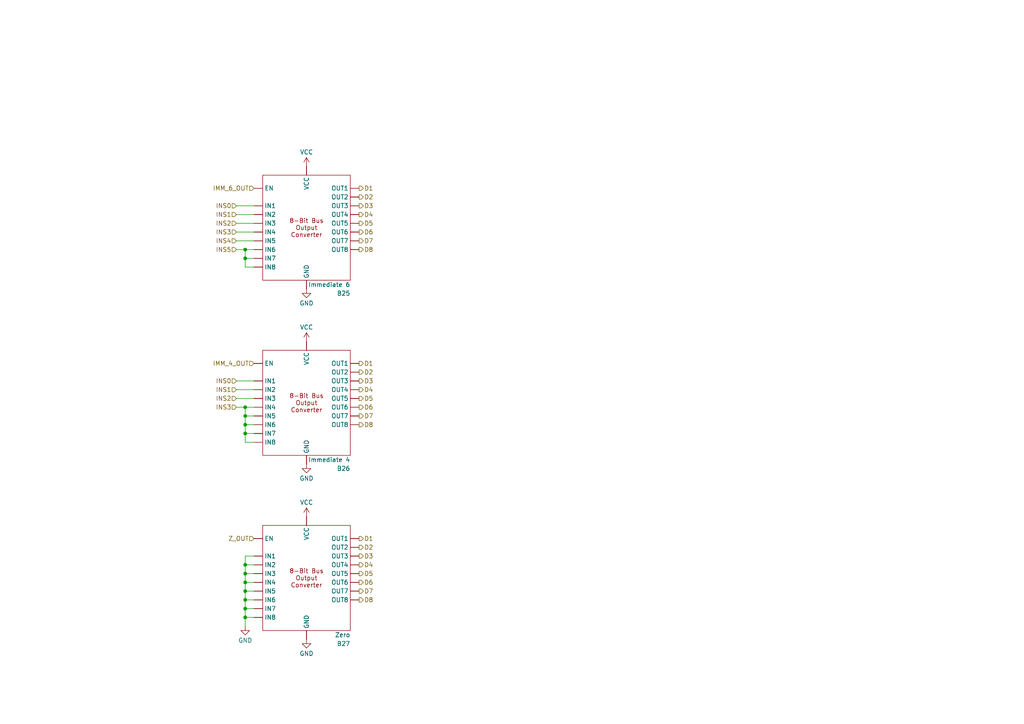
<source format=kicad_sch>
(kicad_sch (version 20230121) (generator eeschema)
  (paper "A4")
  (lib_symbols
    (symbol "MiniDragon:8-bit Bus Output"
      (property "Reference" "B" (at -12.7 16.51 0))
      (symbol "8-bit Bus Output_0_1"
        (rectangle (start -12.7 15.24) (end 12.7 -15.24))
      )
      (symbol "8-bit Bus Output_1_1"
        (text "8-Bit Bus\nOutput\nConverter" (at 0 0 0) (effects (font (size 1.27 1.27))))
        (pin input line (at -15.24 11.43 0) (length 2.54) (name "EN") (number ""))
        (pin power_in line (at 0 -17.78 90) (length 2.54) (name "GND") (number ""))
        (pin input line (at -15.24 6.35 0) (length 2.54) (name "IN1") (number ""))
        (pin input line (at -15.24 3.81 0) (length 2.54) (name "IN2") (number ""))
        (pin input line (at -15.24 1.27 0) (length 2.54) (name "IN3") (number ""))
        (pin input line (at -15.24 -1.27 0) (length 2.54) (name "IN4") (number ""))
        (pin input line (at -15.24 -3.81 0) (length 2.54) (name "IN5") (number ""))
        (pin input line (at -15.24 -6.35 0) (length 2.54) (name "IN6") (number ""))
        (pin input line (at -15.24 -8.89 0) (length 2.54) (name "IN7") (number ""))
        (pin input line (at -15.24 -11.43 0) (length 2.54) (name "IN8") (number ""))
        (pin open_collector line (at 15.24 11.43 180) (length 2.54) (name "OUT1") (number ""))
        (pin open_collector line (at 15.24 8.89 180) (length 2.54) (name "OUT2") (number ""))
        (pin open_collector line (at 15.24 6.35 180) (length 2.54) (name "OUT3") (number ""))
        (pin open_collector line (at 15.24 3.81 180) (length 2.54) (name "OUT4") (number ""))
        (pin open_collector line (at 15.24 1.27 180) (length 2.54) (name "OUT5") (number ""))
        (pin open_collector line (at 15.24 -1.27 180) (length 2.54) (name "OUT6") (number ""))
        (pin open_collector line (at 15.24 -3.81 180) (length 2.54) (name "OUT7") (number ""))
        (pin open_collector line (at 15.24 -6.35 180) (length 2.54) (name "OUT8") (number ""))
        (pin power_in line (at 0 17.78 270) (length 2.54) (name "VCC") (number ""))
      )
    )
    (symbol "power:GND" (power) (pin_names (offset 0))
      (property "Value" "GND" (at 0 -3.81 0))
      (symbol "GND_0_1"
        (polyline (pts (xy 0 0) (xy 0 -1.27) (xy 1.27 -1.27) (xy 0 -2.54) (xy -1.27 -1.27) (xy 0 -1.27)))
      )
      (symbol "GND_1_1"
        (pin power_in line (at 0 0 270) (length 0) hide (name "GND") (number "1"))
      )
    )
    (symbol "power:VCC" (power) (pin_names (offset 0))
      (property "Value" "VCC" (at 0 3.81 0))
      (symbol "VCC_0_1"
        (polyline (pts (xy -0.762 1.27) (xy 0 2.54)))
        (polyline (pts (xy 0 0) (xy 0 2.54)))
        (polyline (pts (xy 0 2.54) (xy 0.762 1.27)))
      )
      (symbol "VCC_1_1"
        (pin power_in line (at 0 0 90) (length 0) hide (name "VCC") (number "1"))
      )
    )
  )
  (junction (at 71.12 173.99))
  (junction (at 71.12 168.91))
  (junction (at 71.12 166.37))
  (junction (at 71.12 176.53))
  (junction (at 71.12 125.73))
  (junction (at 71.12 74.93))
  (junction (at 71.12 72.39))
  (junction (at 71.12 118.11))
  (junction (at 71.12 163.83))
  (junction (at 71.12 179.07))
  (junction (at 71.12 171.45))
  (junction (at 71.12 123.19))
  (junction (at 71.12 120.65))
  (wire (pts (xy 68.58 67.31) (xy 73.66 67.31)))
  (wire (pts (xy 71.12 123.19) (xy 71.12 125.73)))
  (wire (pts (xy 71.12 72.39) (xy 73.66 72.39)))
  (wire (pts (xy 71.12 118.11) (xy 73.66 118.11)))
  (wire (pts (xy 71.12 128.27) (xy 73.66 128.27)))
  (wire (pts (xy 68.58 59.69) (xy 73.66 59.69)))
  (wire (pts (xy 71.12 163.83) (xy 71.12 161.29)))
  (wire (pts (xy 68.58 64.77) (xy 73.66 64.77)))
  (wire (pts (xy 71.12 123.19) (xy 73.66 123.19)))
  (wire (pts (xy 73.66 74.93) (xy 71.12 74.93)))
  (wire (pts (xy 71.12 163.83) (xy 73.66 163.83)))
  (wire (pts (xy 71.12 173.99) (xy 73.66 173.99)))
  (wire (pts (xy 73.66 120.65) (xy 71.12 120.65)))
  (wire (pts (xy 73.66 77.47) (xy 71.12 77.47)))
  (wire (pts (xy 71.12 74.93) (xy 71.12 72.39)))
  (wire (pts (xy 68.58 115.57) (xy 73.66 115.57)))
  (wire (pts (xy 71.12 176.53) (xy 71.12 173.99)))
  (wire (pts (xy 68.58 62.23) (xy 73.66 62.23)))
  (wire (pts (xy 68.58 72.39) (xy 71.12 72.39)))
  (wire (pts (xy 68.58 113.03) (xy 73.66 113.03)))
  (wire (pts (xy 71.12 168.91) (xy 73.66 168.91)))
  (wire (pts (xy 68.58 110.49) (xy 73.66 110.49)))
  (wire (pts (xy 71.12 176.53) (xy 73.66 176.53)))
  (wire (pts (xy 71.12 77.47) (xy 71.12 74.93)))
  (wire (pts (xy 71.12 179.07) (xy 71.12 176.53)))
  (wire (pts (xy 68.58 118.11) (xy 71.12 118.11)))
  (wire (pts (xy 71.12 173.99) (xy 71.12 171.45)))
  (wire (pts (xy 71.12 168.91) (xy 71.12 166.37)))
  (wire (pts (xy 71.12 125.73) (xy 73.66 125.73)))
  (wire (pts (xy 71.12 179.07) (xy 73.66 179.07)))
  (wire (pts (xy 71.12 120.65) (xy 71.12 118.11)))
  (wire (pts (xy 68.58 69.85) (xy 73.66 69.85)))
  (wire (pts (xy 71.12 161.29) (xy 73.66 161.29)))
  (wire (pts (xy 71.12 120.65) (xy 71.12 123.19)))
  (wire (pts (xy 71.12 166.37) (xy 73.66 166.37)))
  (wire (pts (xy 71.12 171.45) (xy 73.66 171.45)))
  (wire (pts (xy 71.12 166.37) (xy 71.12 163.83)))
  (wire (pts (xy 71.12 181.61) (xy 71.12 179.07)))
  (wire (pts (xy 71.12 171.45) (xy 71.12 168.91)))
  (wire (pts (xy 71.12 125.73) (xy 71.12 128.27)))
  (hierarchical_label "D3" (shape output) (at 104.14 110.49 0))
  (hierarchical_label "INS0" (shape input) (at 68.58 59.69 180))
  (hierarchical_label "INS2" (shape input) (at 68.58 115.57 180))
  (hierarchical_label "D7" (shape output) (at 104.14 120.65 0))
  (hierarchical_label "D6" (shape output) (at 104.14 67.31 0))
  (hierarchical_label "D2" (shape output) (at 104.14 107.95 0))
  (hierarchical_label "INS1" (shape input) (at 68.58 62.23 180))
  (hierarchical_label "INS1" (shape input) (at 68.58 113.03 180))
  (hierarchical_label "D5" (shape output) (at 104.14 166.37 0))
  (hierarchical_label "D1" (shape output) (at 104.14 105.41 0))
  (hierarchical_label "D2" (shape output) (at 104.14 57.15 0))
  (hierarchical_label "INS4" (shape input) (at 68.58 69.85 180))
  (hierarchical_label "D4" (shape output) (at 104.14 163.83 0))
  (hierarchical_label "INS3" (shape input) (at 68.58 118.11 180))
  (hierarchical_label "IMM_6_OUT" (shape input) (at 73.66 54.61 180))
  (hierarchical_label "D5" (shape output) (at 104.14 115.57 0))
  (hierarchical_label "D8" (shape output) (at 104.14 72.39 0))
  (hierarchical_label "D5" (shape output) (at 104.14 64.77 0))
  (hierarchical_label "D4" (shape output) (at 104.14 113.03 0))
  (hierarchical_label "INS2" (shape input) (at 68.58 64.77 180))
  (hierarchical_label "D8" (shape output) (at 104.14 123.19 0))
  (hierarchical_label "D2" (shape output) (at 104.14 158.75 0))
  (hierarchical_label "D4" (shape output) (at 104.14 62.23 0))
  (hierarchical_label "INS3" (shape input) (at 68.58 67.31 180))
  (hierarchical_label "D6" (shape output) (at 104.14 168.91 0))
  (hierarchical_label "D8" (shape output) (at 104.14 173.99 0))
  (hierarchical_label "D1" (shape output) (at 104.14 156.21 0))
  (hierarchical_label "INS5" (shape input) (at 68.58 72.39 180))
  (hierarchical_label "D3" (shape output) (at 104.14 161.29 0))
  (hierarchical_label "INS0" (shape input) (at 68.58 110.49 180))
  (hierarchical_label "Z_OUT" (shape input) (at 73.66 156.21 180))
  (hierarchical_label "D7" (shape output) (at 104.14 171.45 0))
  (hierarchical_label "D3" (shape output) (at 104.14 59.69 0))
  (hierarchical_label "D7" (shape output) (at 104.14 69.85 0))
  (hierarchical_label "D1" (shape output) (at 104.14 54.61 0))
  (hierarchical_label "IMM_4_OUT" (shape input) (at 73.66 105.41 180))
  (hierarchical_label "D6" (shape output) (at 104.14 118.11 0))
  (symbol (lib_id "power:GND") (at 88.9 185.42 0) (unit 1)
    (property "Reference" "#PWR055" (effects hide))
    (property "Value" "GND" (at 88.9 189.5531 0))
  )
  (symbol (lib_id "MiniDragon:8-bit Bus Output") (at 88.9 167.64 0) (unit 1)
    (property "Reference" "B27" (at 101.6 186.69 0) (effects (justify right)))
    (property "Value" "Zero" (at 101.6 184.15 0) (effects (justify right)))
  )
  (symbol (lib_id "power:VCC") (at 88.9 149.86 0) (unit 1)
    (property "Reference" "#PWR050" (effects hide))
    (property "Value" "VCC" (at 88.9 145.7269 0))
  )
  (symbol (lib_id "power:GND") (at 71.12 181.61 0) (unit 1)
    (property "Reference" "#PWR056" (effects hide))
    (property "Value" "GND" (at 71.12 185.7431 0))
  )
  (symbol (lib_id "power:GND") (at 88.9 83.82 0) (unit 1)
    (property "Reference" "#PWR053" (effects hide))
    (property "Value" "GND" (at 88.9 87.9531 0))
  )
  (symbol (lib_id "power:GND") (at 88.9 134.62 0) (unit 1)
    (property "Reference" "#PWR054" (effects hide))
    (property "Value" "GND" (at 88.9 138.7531 0))
  )
  (symbol (lib_id "power:VCC") (at 88.9 99.06 0) (unit 1)
    (property "Reference" "#PWR051" (effects hide))
    (property "Value" "VCC" (at 88.9 94.9269 0))
  )
  (symbol (lib_id "power:VCC") (at 88.9 48.26 0) (unit 1)
    (property "Reference" "#PWR052" (effects hide))
    (property "Value" "VCC" (at 88.9 44.1269 0))
  )
  (symbol (lib_id "MiniDragon:8-bit Bus Output") (at 88.9 66.04 0) (unit 1)
    (property "Reference" "B25" (at 101.6 85.09 0) (effects (justify right)))
    (property "Value" "Immediate 6" (at 101.6 82.55 0) (effects (justify right)))
  )
  (symbol (lib_id "MiniDragon:8-bit Bus Output") (at 88.9 116.84 0) (unit 1)
    (property "Reference" "B26" (at 101.6 135.89 0) (effects (justify right)))
    (property "Value" "Immediate 4" (at 101.6 133.35 0) (effects (justify right)))
  )
)
</source>
